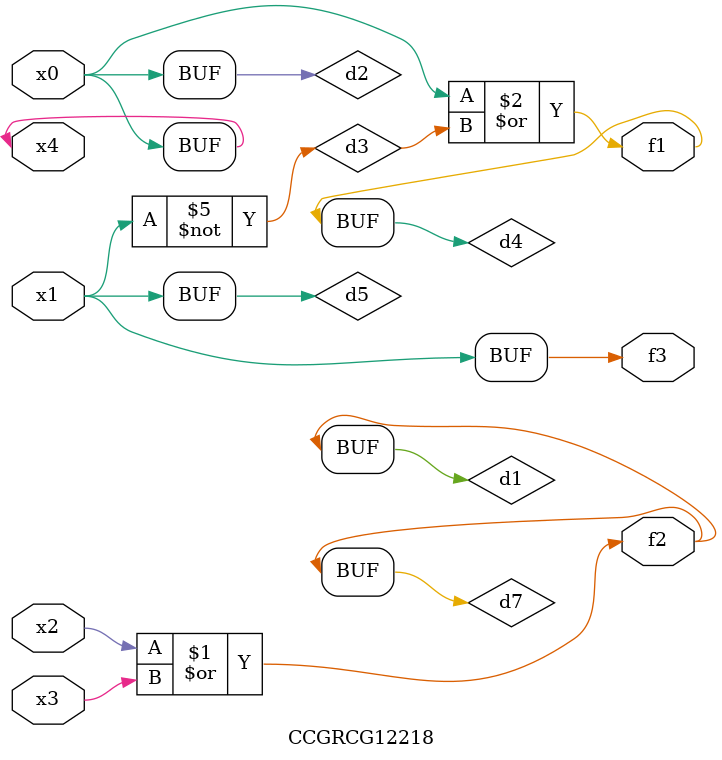
<source format=v>
module CCGRCG12218(
	input x0, x1, x2, x3, x4,
	output f1, f2, f3
);

	wire d1, d2, d3, d4, d5, d6, d7;

	or (d1, x2, x3);
	buf (d2, x0, x4);
	not (d3, x1);
	or (d4, d2, d3);
	not (d5, d3);
	nand (d6, d1, d3);
	or (d7, d1);
	assign f1 = d4;
	assign f2 = d7;
	assign f3 = d5;
endmodule

</source>
